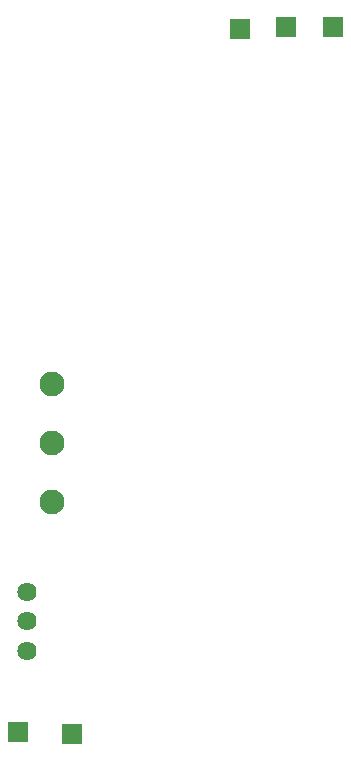
<source format=gbs>
G04 Layer: BottomSolderMaskLayer*
G04 EasyEDA v6.5.50, 2025-05-28 03:44:33*
G04 481f8348a4b54ded82698d34e4f8dad8,511818ccc1ea462d976f425f61ebd680,10*
G04 Gerber Generator version 0.2*
G04 Scale: 100 percent, Rotated: No, Reflected: No *
G04 Dimensions in millimeters *
G04 leading zeros omitted , absolute positions ,4 integer and 5 decimal *
%FSLAX45Y45*%
%MOMM*%

%AMMACRO1*4,1,8,-0.8085,-0.8382,-0.8382,-0.8084,-0.8382,0.8085,-0.8085,0.8382,0.8084,0.8382,0.8382,0.8085,0.8382,-0.8084,0.8084,-0.8382,-0.8085,-0.8382,0*%
%ADD10MACRO1*%
%ADD11C,2.1016*%
%ADD12C,1.6256*%
%ADD13C,0.0154*%

%LPD*%
D10*
G01*
X4508500Y9499600D03*
G01*
X4114800Y9499600D03*
G01*
X3721100Y9486900D03*
G01*
X1844700Y3530600D03*
G01*
X2298700Y3517900D03*
D11*
G01*
X2130397Y5981692D03*
G01*
X2130397Y5480804D03*
G01*
X2130397Y6482580D03*
D12*
G01*
X1917700Y4220400D03*
G01*
X1917700Y4470387D03*
G01*
X1917700Y4720399D03*
M02*

</source>
